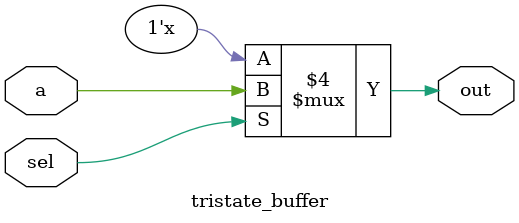
<source format=v>
module tristate_buffer (
    input a,sel,
    output reg out
);

always@(*) begin
    if (sel==0) begin
        out= 1'bz;
    end
    else begin
        out= a;
    end
end
    
endmodule

</source>
